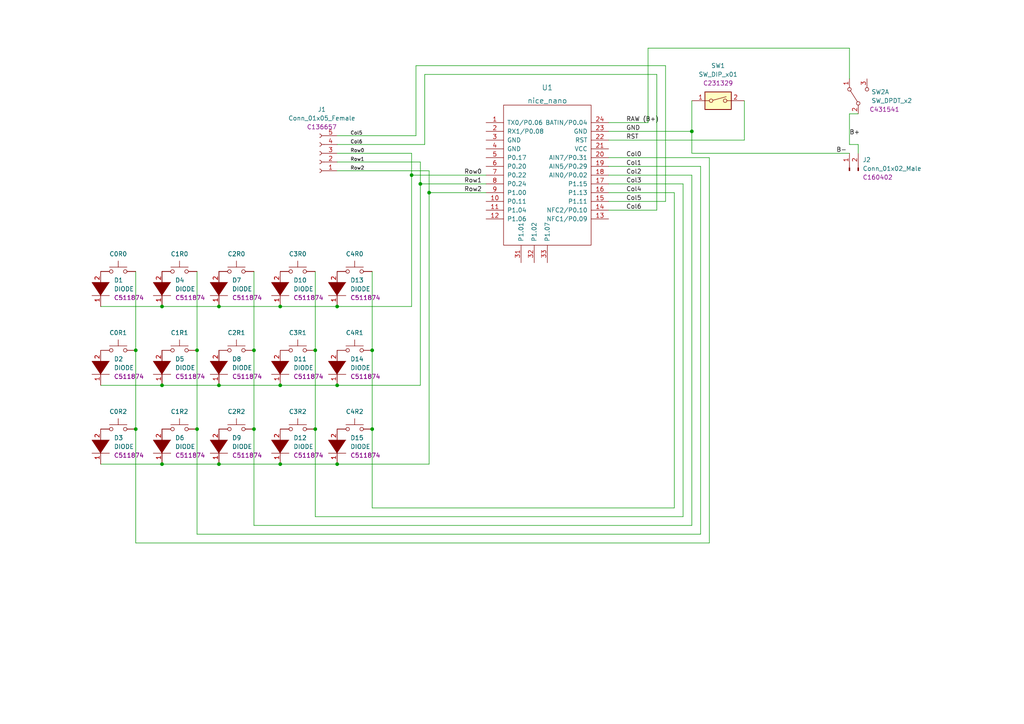
<source format=kicad_sch>
(kicad_sch (version 20211123) (generator eeschema)
  (paper "A4")
  (lib_symbols
    (symbol "DIODE_1" (pin_names (offset 1.016) hide)
      (property "Reference" "D" (at 0 -3.81 0))
      (property "Value" "DIODE_1" (at 0 -4.445 0))
      (property "LCSC" "C511874" (at 0 -6.35 0))
      (symbol "DIODE_1_0_1"
        (polyline (pts (xy -1.905 -2.54) (xy -1.905 2.54)))
        (polyline (pts (xy 1.905 -2.54) (xy 1.905 2.54) (xy -1.905 0)) (fill (type outline)))
      )
      (symbol "DIODE_1_1_1"
        (pin input line (at -5.08 0 0) (length 3.81) (name "A") (number "1"))
        (pin input line (at 5.08 0 180) (length 3.81) (name "K") (number "2"))
      )
    )
    (symbol "DIODE_10" (pin_names (offset 1.016) hide)
      (property "Reference" "D" (at 0 -3.81 0))
      (property "Value" "DIODE_10" (at 0 -4.445 0))
      (property "LCSC" "C511874" (at 0 -6.35 0))
      (symbol "DIODE_10_0_1"
        (polyline (pts (xy -1.905 -2.54) (xy -1.905 2.54)))
        (polyline (pts (xy 1.905 -2.54) (xy 1.905 2.54) (xy -1.905 0)) (fill (type outline)))
      )
      (symbol "DIODE_10_1_1"
        (pin input line (at -5.08 0 0) (length 3.81) (name "A") (number "1"))
        (pin input line (at 5.08 0 180) (length 3.81) (name "K") (number "2"))
      )
    )
    (symbol "DIODE_11" (pin_names (offset 1.016) hide)
      (property "Reference" "D" (at 0 -3.81 0))
      (property "Value" "DIODE_11" (at 0 -4.445 0))
      (property "LCSC" "C511874" (at 0 -6.35 0))
      (symbol "DIODE_11_0_1"
        (polyline (pts (xy -1.905 -2.54) (xy -1.905 2.54)))
        (polyline (pts (xy 1.905 -2.54) (xy 1.905 2.54) (xy -1.905 0)) (fill (type outline)))
      )
      (symbol "DIODE_11_1_1"
        (pin input line (at -5.08 0 0) (length 3.81) (name "A") (number "1"))
        (pin input line (at 5.08 0 180) (length 3.81) (name "K") (number "2"))
      )
    )
    (symbol "DIODE_12" (pin_names (offset 1.016) hide)
      (property "Reference" "D" (at 0 -3.81 0))
      (property "Value" "DIODE_12" (at 0 -4.445 0))
      (property "LCSC" "C511874" (at 0 -6.35 0))
      (symbol "DIODE_12_0_1"
        (polyline (pts (xy -1.905 -2.54) (xy -1.905 2.54)))
        (polyline (pts (xy 1.905 -2.54) (xy 1.905 2.54) (xy -1.905 0)) (fill (type outline)))
      )
      (symbol "DIODE_12_1_1"
        (pin input line (at -5.08 0 0) (length 3.81) (name "A") (number "1"))
        (pin input line (at 5.08 0 180) (length 3.81) (name "K") (number "2"))
      )
    )
    (symbol "DIODE_13" (pin_names (offset 1.016) hide)
      (property "Reference" "D" (at 0 -3.81 0))
      (property "Value" "DIODE_13" (at 0 -4.445 0))
      (property "LCSC" "C511874" (at 0 -6.35 0))
      (symbol "DIODE_13_0_1"
        (polyline (pts (xy -1.905 -2.54) (xy -1.905 2.54)))
        (polyline (pts (xy 1.905 -2.54) (xy 1.905 2.54) (xy -1.905 0)) (fill (type outline)))
      )
      (symbol "DIODE_13_1_1"
        (pin input line (at -5.08 0 0) (length 3.81) (name "A") (number "1"))
        (pin input line (at 5.08 0 180) (length 3.81) (name "K") (number "2"))
      )
    )
    (symbol "DIODE_14" (pin_names (offset 1.016) hide)
      (property "Reference" "D" (at 0 -3.81 0))
      (property "Value" "DIODE_14" (at 0 -4.445 0))
      (property "LCSC" "C511874" (at 0 -6.35 0))
      (symbol "DIODE_14_0_1"
        (polyline (pts (xy -1.905 -2.54) (xy -1.905 2.54)))
        (polyline (pts (xy 1.905 -2.54) (xy 1.905 2.54) (xy -1.905 0)) (fill (type outline)))
      )
      (symbol "DIODE_14_1_1"
        (pin input line (at -5.08 0 0) (length 3.81) (name "A") (number "1"))
        (pin input line (at 5.08 0 180) (length 3.81) (name "K") (number "2"))
      )
    )
    (symbol "DIODE_2" (pin_names (offset 1.016) hide)
      (property "Reference" "D" (at 0 -3.81 0))
      (property "Value" "DIODE_2" (at 0 -4.445 0))
      (property "LCSC" "C511874" (at 0 -6.35 0))
      (symbol "DIODE_2_0_1"
        (polyline (pts (xy -1.905 -2.54) (xy -1.905 2.54)))
        (polyline (pts (xy 1.905 -2.54) (xy 1.905 2.54) (xy -1.905 0)) (fill (type outline)))
      )
      (symbol "DIODE_2_1_1"
        (pin input line (at -5.08 0 0) (length 3.81) (name "A") (number "1"))
        (pin input line (at 5.08 0 180) (length 3.81) (name "K") (number "2"))
      )
    )
    (symbol "DIODE_3" (pin_names (offset 1.016) hide)
      (property "Reference" "D" (at 0 -3.81 0))
      (property "Value" "DIODE_3" (at 0 -4.445 0))
      (property "LCSC" "C511874" (at 0 -6.35 0))
      (symbol "DIODE_3_0_1"
        (polyline (pts (xy -1.905 -2.54) (xy -1.905 2.54)))
        (polyline (pts (xy 1.905 -2.54) (xy 1.905 2.54) (xy -1.905 0)) (fill (type outline)))
      )
      (symbol "DIODE_3_1_1"
        (pin input line (at -5.08 0 0) (length 3.81) (name "A") (number "1"))
        (pin input line (at 5.08 0 180) (length 3.81) (name "K") (number "2"))
      )
    )
    (symbol "DIODE_4" (pin_names (offset 1.016) hide)
      (property "Reference" "D" (at 0 -3.81 0))
      (property "Value" "DIODE_4" (at 0 -4.445 0))
      (property "LCSC" "C511874" (at 0 -6.35 0))
      (symbol "DIODE_4_0_1"
        (polyline (pts (xy -1.905 -2.54) (xy -1.905 2.54)))
        (polyline (pts (xy 1.905 -2.54) (xy 1.905 2.54) (xy -1.905 0)) (fill (type outline)))
      )
      (symbol "DIODE_4_1_1"
        (pin input line (at -5.08 0 0) (length 3.81) (name "A") (number "1"))
        (pin input line (at 5.08 0 180) (length 3.81) (name "K") (number "2"))
      )
    )
    (symbol "DIODE_5" (pin_names (offset 1.016) hide)
      (property "Reference" "D" (at 0 -3.81 0))
      (property "Value" "DIODE_5" (at 0 -4.445 0))
      (property "LCSC" "C511874" (at 0 -6.35 0))
      (symbol "DIODE_5_0_1"
        (polyline (pts (xy -1.905 -2.54) (xy -1.905 2.54)))
        (polyline (pts (xy 1.905 -2.54) (xy 1.905 2.54) (xy -1.905 0)) (fill (type outline)))
      )
      (symbol "DIODE_5_1_1"
        (pin input line (at -5.08 0 0) (length 3.81) (name "A") (number "1"))
        (pin input line (at 5.08 0 180) (length 3.81) (name "K") (number "2"))
      )
    )
    (symbol "DIODE_6" (pin_names (offset 1.016) hide)
      (property "Reference" "D" (at 0 -3.81 0))
      (property "Value" "DIODE_6" (at 0 -4.445 0))
      (property "LCSC" "C511874" (at 0 -6.35 0))
      (symbol "DIODE_6_0_1"
        (polyline (pts (xy -1.905 -2.54) (xy -1.905 2.54)))
        (polyline (pts (xy 1.905 -2.54) (xy 1.905 2.54) (xy -1.905 0)) (fill (type outline)))
      )
      (symbol "DIODE_6_1_1"
        (pin input line (at -5.08 0 0) (length 3.81) (name "A") (number "1"))
        (pin input line (at 5.08 0 180) (length 3.81) (name "K") (number "2"))
      )
    )
    (symbol "DIODE_7" (pin_names (offset 1.016) hide)
      (property "Reference" "D" (at 0 -3.81 0))
      (property "Value" "DIODE_7" (at 0 -4.445 0))
      (property "LCSC" "C511874" (at 0 -6.35 0))
      (symbol "DIODE_7_0_1"
        (polyline (pts (xy -1.905 -2.54) (xy -1.905 2.54)))
        (polyline (pts (xy 1.905 -2.54) (xy 1.905 2.54) (xy -1.905 0)) (fill (type outline)))
      )
      (symbol "DIODE_7_1_1"
        (pin input line (at -5.08 0 0) (length 3.81) (name "A") (number "1"))
        (pin input line (at 5.08 0 180) (length 3.81) (name "K") (number "2"))
      )
    )
    (symbol "DIODE_8" (pin_names (offset 1.016) hide)
      (property "Reference" "D" (at 0 -3.81 0))
      (property "Value" "DIODE_8" (at 0 -4.445 0))
      (property "LCSC" "C511874" (at 0 -6.35 0))
      (symbol "DIODE_8_0_1"
        (polyline (pts (xy -1.905 -2.54) (xy -1.905 2.54)))
        (polyline (pts (xy 1.905 -2.54) (xy 1.905 2.54) (xy -1.905 0)) (fill (type outline)))
      )
      (symbol "DIODE_8_1_1"
        (pin input line (at -5.08 0 0) (length 3.81) (name "A") (number "1"))
        (pin input line (at 5.08 0 180) (length 3.81) (name "K") (number "2"))
      )
    )
    (symbol "DIODE_9" (pin_names (offset 1.016) hide)
      (property "Reference" "D" (at 0 -3.81 0))
      (property "Value" "DIODE_9" (at 0 -4.445 0))
      (property "LCSC" "C511874" (at 0 -6.35 0))
      (symbol "DIODE_9_0_1"
        (polyline (pts (xy -1.905 -2.54) (xy -1.905 2.54)))
        (polyline (pts (xy 1.905 -2.54) (xy 1.905 2.54) (xy -1.905 0)) (fill (type outline)))
      )
      (symbol "DIODE_9_1_1"
        (pin input line (at -5.08 0 0) (length 3.81) (name "A") (number "1"))
        (pin input line (at 5.08 0 180) (length 3.81) (name "K") (number "2"))
      )
    )
    (symbol "Switch:SW_Push" (pin_numbers hide) (pin_names (offset 1.016) hide)
      (property "Reference" "SW" (at 1.27 2.54 0))
      (property "Value" "SW_Push" (at 0 -1.524 0))
      (symbol "SW_Push_0_1"
        (circle (center -2.032 0) (radius 0.508))
        (polyline (pts (xy 0 1.27) (xy 0 3.048)))
        (polyline (pts (xy 2.54 1.27) (xy -2.54 1.27)))
        (circle (center 2.032 0) (radius 0.508))
        (pin passive line (at -5.08 0 0) (length 2.54) (name "1") (number "1"))
        (pin passive line (at 5.08 0 180) (length 2.54) (name "2") (number "2"))
      )
    )
    (symbol "nice_nano:nice_nano" (pin_names (offset 1.016))
      (property "Reference" "U" (at 0 0 0))
      (property "Value" "nice_nano" (at 0 2.54 0))
      (symbol "nice_nano_0_1"
        (rectangle (start -12.7 -21.59) (end 12.7 19.05))
      )
      (symbol "nice_nano_1_1"
        (pin input line (at -17.78 13.97 0) (length 5.08) (name "TX0/P0.06") (number "1"))
        (pin input line (at -17.78 -8.89 0) (length 5.08) (name "P0.11") (number "10"))
        (pin input line (at -17.78 -11.43 0) (length 5.08) (name "P1.04") (number "11"))
        (pin input line (at -17.78 -13.97 0) (length 5.08) (name "P1.06") (number "12"))
        (pin input line (at 17.78 -13.97 180) (length 5.08) (name "NFC1/P0.09") (number "13"))
        (pin input line (at 17.78 -11.43 180) (length 5.08) (name "NFC2/P0.10") (number "14"))
        (pin input line (at 17.78 -8.89 180) (length 5.08) (name "P1.11") (number "15"))
        (pin input line (at 17.78 -6.35 180) (length 5.08) (name "P1.13") (number "16"))
        (pin input line (at 17.78 -3.81 180) (length 5.08) (name "P1.15") (number "17"))
        (pin input line (at 17.78 -1.27 180) (length 5.08) (name "AIN0/P0.02") (number "18"))
        (pin input line (at 17.78 1.27 180) (length 5.08) (name "AIN5/P0.29") (number "19"))
        (pin input line (at -17.78 11.43 0) (length 5.08) (name "RX1/P0.08") (number "2"))
        (pin input line (at 17.78 3.81 180) (length 5.08) (name "AIN7/P0.31") (number "20"))
        (pin input line (at 17.78 6.35 180) (length 5.08) (name "VCC") (number "21"))
        (pin input line (at 17.78 8.89 180) (length 5.08) (name "RST") (number "22"))
        (pin input line (at 17.78 11.43 180) (length 5.08) (name "GND") (number "23"))
        (pin input line (at 17.78 13.97 180) (length 5.08) (name "BATIN/P0.04") (number "24"))
        (pin input line (at -17.78 8.89 0) (length 5.08) (name "GND") (number "3"))
        (pin input line (at -7.62 -26.67 90) (length 5.08) (name "P1.01") (number "31"))
        (pin input line (at -3.81 -26.67 90) (length 5.08) (name "P1.02") (number "32"))
        (pin input line (at 0 -26.67 90) (length 5.08) (name "P1.07") (number "33"))
        (pin input line (at -17.78 6.35 0) (length 5.08) (name "GND") (number "4"))
        (pin input line (at -17.78 3.81 0) (length 5.08) (name "P0.17") (number "5"))
        (pin input line (at -17.78 1.27 0) (length 5.08) (name "P0.20") (number "6"))
        (pin input line (at -17.78 -1.27 0) (length 5.08) (name "P0.22") (number "7"))
        (pin input line (at -17.78 -3.81 0) (length 5.08) (name "P0.24") (number "8"))
        (pin input line (at -17.78 -6.35 0) (length 5.08) (name "P1.00") (number "9"))
      )
    )
    (symbol "yan_Library:Conn_01x02_Male" (pin_names (offset 1.016) hide)
      (property "Reference" "J" (at 0 2.54 0))
      (property "Value" "Conn_01x02_Male" (at 0 -5.08 0))
      (property "LCSC" "C160402" (at 0 5.08 0))
      (symbol "Conn_01x02_Male_1_1"
        (polyline (pts (xy 1.27 -2.54) (xy 0.8636 -2.54)) (stroke (width 0.1524)))
        (polyline (pts (xy 1.27 0) (xy 0.8636 0)) (stroke (width 0.1524)))
        (rectangle (start 0.8636 -2.413) (end 0 -2.667) (stroke (width 0.1524)) (fill (type outline)))
        (rectangle (start 0.8636 0.127) (end 0 -0.127) (stroke (width 0.1524)) (fill (type outline)))
        (pin passive line (at 5.08 0 180) (length 3.81) (name "Pin_1") (number "1"))
        (pin passive line (at 5.08 -2.54 180) (length 3.81) (name "Pin_2") (number "2"))
      )
    )
    (symbol "yan_Library:Conn_01x05_Female" (pin_names (offset 1.016) hide)
      (property "Reference" "J" (at 0 7.62 0))
      (property "Value" "Conn_01x05_Female" (at 0 -7.62 0))
      (property "LCSC" "C136657" (at -1.27 -10.16 0))
      (symbol "Conn_01x05_Female_1_1"
        (arc (start 0 -4.572) (mid -0.508 -5.08) (end 0 -5.588) (stroke (width 0.1524)))
        (arc (start 0 -2.032) (mid -0.508 -2.54) (end 0 -3.048) (stroke (width 0.1524)))
        (polyline (pts (xy -1.27 -5.08) (xy -0.508 -5.08)) (stroke (width 0.1524)))
        (polyline (pts (xy -1.27 -2.54) (xy -0.508 -2.54)) (stroke (width 0.1524)))
        (polyline (pts (xy -1.27 0) (xy -0.508 0)) (stroke (width 0.1524)))
        (polyline (pts (xy -1.27 2.54) (xy -0.508 2.54)) (stroke (width 0.1524)))
        (polyline (pts (xy -1.27 5.08) (xy -0.508 5.08)) (stroke (width 0.1524)))
        (arc (start 0 0.508) (mid -0.508 0) (end 0 -0.508) (stroke (width 0.1524)))
        (arc (start 0 3.048) (mid -0.508 2.54) (end 0 2.032) (stroke (width 0.1524)))
        (arc (start 0 5.588) (mid -0.508 5.08) (end 0 4.572) (stroke (width 0.1524)))
        (pin passive line (at -5.08 5.08 0) (length 3.81) (name "Pin_1") (number "1"))
        (pin passive line (at -5.08 2.54 0) (length 3.81) (name "Pin_2") (number "2"))
        (pin passive line (at -5.08 0 0) (length 3.81) (name "Pin_3") (number "3"))
        (pin passive line (at -5.08 -2.54 0) (length 3.81) (name "Pin_4") (number "4"))
        (pin passive line (at -5.08 -5.08 0) (length 3.81) (name "Pin_5") (number "5"))
      )
    )
    (symbol "yan_Library:DIODE" (pin_names (offset 1.016) hide)
      (property "Reference" "D" (at 0 -3.81 0))
      (property "Value" "DIODE" (at 0 -4.445 0))
      (property "LCSC" "C511874" (at 0 -6.35 0))
      (symbol "DIODE_0_1"
        (polyline (pts (xy -1.905 -2.54) (xy -1.905 2.54)))
        (polyline (pts (xy 1.905 -2.54) (xy 1.905 2.54) (xy -1.905 0)) (fill (type outline)))
      )
      (symbol "DIODE_1_1"
        (pin input line (at -5.08 0 0) (length 3.81) (name "A") (number "1"))
        (pin input line (at 5.08 0 180) (length 3.81) (name "K") (number "2"))
      )
    )
    (symbol "yan_Library:SW_DIP_x01" (pin_names (offset 0) hide)
      (property "Reference" "SW" (at 0 3.81 0))
      (property "Value" "SW_DIP_x01" (at 0 -3.81 0))
      (property "LCSC" "C231329" (at 0 6.35 0))
      (symbol "SW_DIP_x01_0_0"
        (circle (center -2.032 0) (radius 0.508))
        (polyline (pts (xy -1.524 0.127) (xy 2.3622 1.1684)))
        (circle (center 2.032 0) (radius 0.508))
      )
      (symbol "SW_DIP_x01_0_1"
        (rectangle (start -3.81 2.54) (end 3.81 -2.54) (stroke (width 0.254)) (fill (type background)))
      )
      (symbol "SW_DIP_x01_1_1"
        (pin passive line (at -7.62 0 0) (length 5.08) (name "~") (number "1"))
        (pin passive line (at 7.62 0 180) (length 5.08) (name "~") (number "2"))
      )
    )
    (symbol "yan_Library:SW_DPDT_x2" (pin_names (offset 0) hide)
      (property "Reference" "SW" (at 0 4.318 0))
      (property "Value" "SW_DPDT_x2" (at 0 -5.08 0))
      (property "LCSC" "C431541" (at 0 -7.62 0))
      (symbol "SW_DPDT_x2_0_0"
        (circle (center -2.032 0) (radius 0.508))
        (circle (center 2.032 -2.54) (radius 0.508))
      )
      (symbol "SW_DPDT_x2_0_1"
        (polyline (pts (xy -1.524 0.254) (xy 1.651 2.286)))
        (circle (center 2.032 2.54) (radius 0.508))
      )
      (symbol "SW_DPDT_x2_1_1"
        (pin passive line (at 5.08 2.54 180) (length 2.54) (name "A") (number "1"))
        (pin passive line (at -5.08 0 0) (length 2.54) (name "B") (number "2"))
        (pin passive line (at 5.08 -2.54 180) (length 2.54) (name "C") (number "3"))
      )
      (symbol "SW_DPDT_x2_2_1"
        (pin passive line (at 5.08 2.54 180) (length 2.54) (name "A") (number "4"))
        (pin passive line (at -5.08 0 0) (length 2.54) (name "B") (number "5"))
        (pin passive line (at 5.08 -2.54 180) (length 2.54) (name "C") (number "6"))
      )
    )
  )
  (junction (at 97.79 134.62))
  (junction (at 121.92 53.34))
  (junction (at 63.5 111.76))
  (junction (at 39.37 124.46))
  (junction (at 63.5 134.62))
  (junction (at 81.28 134.62))
  (junction (at 200.66 38.1))
  (junction (at 97.79 88.9))
  (junction (at 119.38 50.8))
  (junction (at 63.5 88.9))
  (junction (at 97.79 111.76))
  (junction (at 124.46 55.88))
  (junction (at 91.44 124.46))
  (junction (at 81.28 111.76))
  (junction (at 73.66 101.6))
  (junction (at 46.99 111.76))
  (junction (at 46.99 88.9))
  (junction (at 39.37 101.6))
  (junction (at 46.99 134.62))
  (junction (at 73.66 124.46))
  (junction (at 91.44 101.6))
  (junction (at 107.95 101.6))
  (junction (at 81.28 88.9))
  (junction (at 107.95 124.46))
  (junction (at 57.15 124.46))
  (junction (at 57.15 101.6))
  (wire (pts (xy 39.37 101.6) (xy 39.37 124.46)))
  (wire (pts (xy 46.99 134.62) (xy 63.5 134.62)))
  (wire (pts (xy 97.79 88.9) (xy 119.38 88.9)))
  (wire (pts (xy 246.38 33.02) (xy 248.92 33.02)))
  (wire (pts (xy 120.65 19.05) (xy 193.04 19.05)))
  (wire (pts (xy 124.46 55.88) (xy 140.97 55.88)))
  (wire (pts (xy 187.96 35.56) (xy 187.96 13.97)))
  (wire (pts (xy 57.15 78.74) (xy 57.15 101.6)))
  (wire (pts (xy 91.44 149.86) (xy 91.44 124.46)))
  (wire (pts (xy 73.66 101.6) (xy 73.66 124.46)))
  (wire (pts (xy 215.9 29.21) (xy 215.9 40.64)))
  (wire (pts (xy 46.99 111.76) (xy 63.5 111.76)))
  (wire (pts (xy 97.79 39.37) (xy 120.65 39.37)))
  (wire (pts (xy 176.53 35.56) (xy 187.96 35.56)))
  (wire (pts (xy 39.37 157.48) (xy 205.74 157.48)))
  (wire (pts (xy 63.5 88.9) (xy 81.28 88.9)))
  (wire (pts (xy 73.66 78.74) (xy 73.66 101.6)))
  (wire (pts (xy 97.79 134.62) (xy 124.46 134.62)))
  (wire (pts (xy 123.19 21.59) (xy 190.5 21.59)))
  (wire (pts (xy 97.79 46.99) (xy 121.92 46.99)))
  (wire (pts (xy 246.38 22.86) (xy 246.38 13.97)))
  (wire (pts (xy 187.96 13.97) (xy 246.38 13.97)))
  (wire (pts (xy 81.28 88.9) (xy 97.79 88.9)))
  (wire (pts (xy 97.79 41.91) (xy 123.19 41.91)))
  (wire (pts (xy 39.37 124.46) (xy 39.37 157.48)))
  (wire (pts (xy 124.46 49.53) (xy 124.46 55.88)))
  (wire (pts (xy 63.5 134.62) (xy 81.28 134.62)))
  (wire (pts (xy 246.38 41.91) (xy 248.92 41.91)))
  (wire (pts (xy 248.92 41.91) (xy 248.92 44.45)))
  (wire (pts (xy 121.92 53.34) (xy 140.97 53.34)))
  (wire (pts (xy 195.58 147.32) (xy 195.58 55.88)))
  (wire (pts (xy 176.53 60.96) (xy 190.5 60.96)))
  (wire (pts (xy 176.53 50.8) (xy 200.66 50.8)))
  (wire (pts (xy 176.53 48.26) (xy 203.2 48.26)))
  (wire (pts (xy 200.66 44.45) (xy 246.38 44.45)))
  (wire (pts (xy 119.38 50.8) (xy 140.97 50.8)))
  (wire (pts (xy 119.38 44.45) (xy 119.38 50.8)))
  (wire (pts (xy 91.44 101.6) (xy 91.44 124.46)))
  (wire (pts (xy 107.95 147.32) (xy 195.58 147.32)))
  (wire (pts (xy 57.15 154.94) (xy 57.15 124.46)))
  (wire (pts (xy 81.28 111.76) (xy 97.79 111.76)))
  (wire (pts (xy 176.53 53.34) (xy 198.12 53.34)))
  (wire (pts (xy 97.79 49.53) (xy 124.46 49.53)))
  (wire (pts (xy 107.95 78.74) (xy 107.95 101.6)))
  (wire (pts (xy 176.53 55.88) (xy 195.58 55.88)))
  (wire (pts (xy 39.37 78.74) (xy 39.37 101.6)))
  (wire (pts (xy 57.15 101.6) (xy 57.15 124.46)))
  (wire (pts (xy 176.53 45.72) (xy 205.74 45.72)))
  (wire (pts (xy 203.2 48.26) (xy 203.2 154.94)))
  (wire (pts (xy 81.28 134.62) (xy 97.79 134.62)))
  (wire (pts (xy 198.12 149.86) (xy 91.44 149.86)))
  (wire (pts (xy 119.38 50.8) (xy 119.38 88.9)))
  (wire (pts (xy 190.5 21.59) (xy 190.5 60.96)))
  (wire (pts (xy 97.79 44.45) (xy 119.38 44.45)))
  (wire (pts (xy 176.53 38.1) (xy 200.66 38.1)))
  (wire (pts (xy 120.65 39.37) (xy 120.65 19.05)))
  (wire (pts (xy 29.21 111.76) (xy 46.99 111.76)))
  (wire (pts (xy 176.53 40.64) (xy 215.9 40.64)))
  (wire (pts (xy 203.2 154.94) (xy 57.15 154.94)))
  (wire (pts (xy 200.66 29.21) (xy 200.66 38.1)))
  (wire (pts (xy 73.66 124.46) (xy 73.66 152.4)))
  (wire (pts (xy 176.53 58.42) (xy 193.04 58.42)))
  (wire (pts (xy 246.38 33.02) (xy 246.38 41.91)))
  (wire (pts (xy 200.66 44.45) (xy 200.66 38.1)))
  (wire (pts (xy 29.21 134.62) (xy 46.99 134.62)))
  (wire (pts (xy 97.79 111.76) (xy 121.92 111.76)))
  (wire (pts (xy 63.5 111.76) (xy 81.28 111.76)))
  (wire (pts (xy 198.12 53.34) (xy 198.12 149.86)))
  (wire (pts (xy 205.74 157.48) (xy 205.74 45.72)))
  (wire (pts (xy 73.66 152.4) (xy 200.66 152.4)))
  (wire (pts (xy 46.99 88.9) (xy 63.5 88.9)))
  (wire (pts (xy 91.44 78.74) (xy 91.44 101.6)))
  (wire (pts (xy 193.04 58.42) (xy 193.04 19.05)))
  (wire (pts (xy 200.66 152.4) (xy 200.66 50.8)))
  (wire (pts (xy 124.46 55.88) (xy 124.46 134.62)))
  (wire (pts (xy 107.95 101.6) (xy 107.95 124.46)))
  (wire (pts (xy 29.21 88.9) (xy 46.99 88.9)))
  (wire (pts (xy 123.19 41.91) (xy 123.19 21.59)))
  (wire (pts (xy 121.92 53.34) (xy 121.92 111.76)))
  (wire (pts (xy 121.92 46.99) (xy 121.92 53.34)))
  (wire (pts (xy 107.95 124.46) (xy 107.95 147.32)))
  (label "Col4" (at 181.61 55.88 0))
  (label "Row0" (at 134.62 50.8 0))
  (label "Col1" (at 181.61 48.26 0))
  (label "Col6" (at 181.61 60.96 0))
  (label "Row1" (at 101.6 46.99 0) (effects (font (size 1 1))))
  (label "Col2" (at 181.61 50.8 0))
  (label "GND" (at 181.61 38.1 0))
  (label "Col3" (at 181.61 53.34 0))
  (label "Row0" (at 101.6 44.45 0) (effects (font (size 1 1))))
  (label "Col0" (at 181.61 45.72 0))
  (label "RST" (at 181.61 40.64 0))
  (label "Row2" (at 101.6 49.53 0) (effects (font (size 1 1))))
  (label "RAW (B+)" (at 181.61 35.56 0))
  (label "Row1" (at 134.62 53.34 0))
  (label "Col5" (at 181.61 58.42 0))
  (label "Row2" (at 134.62 55.88 0))
  (label "B+" (at 246.38 39.37 0))
  (label "Col5" (at 101.6 39.37 0) (effects (font (size 1 1))))
  (label "Col6" (at 101.6 41.91 0) (effects (font (size 1 1))))
  (label "B-" (at 242.57 44.45 0))
  (symbol (lib_name "DIODE_6") (lib_id "yan_Library:DIODE") (at 46.99 83.82 90) (unit 1)
    (property "Reference" "D4" (at 50.8 81.2799 90) (effects (justify right)))
    (property "Value" "DIODE" (at 50.8 83.8199 90) (effects (justify right)))
    (property "Footprint" "Yan libraryo:D_SOD-523" (effects hide))
    (property "LCSC" "C511874" (at 50.8 86.3599 90) (effects (justify right)))
  )
  (symbol (lib_id "Switch:SW_Push") (at 52.07 101.6 0) (unit 1)
    (property "Reference" "C1R1" (at 52.07 96.52 0))
    (property "Value" "SW_Push" (effects hide))
    (property "Footprint" "Yan libraryo:Kailh_socket_PG1350" (effects hide))
  )
  (symbol (lib_name "DIODE_12") (lib_id "yan_Library:DIODE") (at 97.79 106.68 90) (unit 1)
    (property "Reference" "D14" (at 101.6 104.1399 90) (effects (justify right)))
    (property "Value" "DIODE" (at 101.6 106.6799 90) (effects (justify right)))
    (property "Footprint" "Yan libraryo:D_SOD-523" (effects hide))
    (property "LCSC" "C511874" (at 101.6 109.2199 90) (effects (justify right)))
  )
  (symbol (lib_id "Switch:SW_Push") (at 102.87 124.46 0) (unit 1)
    (property "Reference" "C4R2" (at 102.87 119.38 0))
    (property "Value" "SW_Push" (effects hide))
    (property "Footprint" "Yan libraryo:Kailh_socket_PG1350" (effects hide))
  )
  (symbol (lib_name "DIODE_10") (lib_id "yan_Library:DIODE") (at 81.28 129.54 90) (unit 1)
    (property "Reference" "D12" (at 85.09 126.9999 90) (effects (justify right)))
    (property "Value" "DIODE" (at 85.09 129.5399 90) (effects (justify right)))
    (property "Footprint" "Yan libraryo:D_SOD-523" (effects hide))
    (property "LCSC" "C511874" (at 85.09 132.0799 90) (effects (justify right)))
  )
  (symbol (lib_id "yan_Library:SW_DIP_x01") (at 208.28 29.21 0) (unit 1)
    (property "Reference" "SW1" (at 208.28 19.05 0))
    (property "Value" "SW_DIP_x01" (at 208.28 21.59 0))
    (property "Footprint" "Yan libraryo:b3u-1000P" (effects hide))
    (property "LCSC" "C231329" (at 208.28 24.13 0))
  )
  (symbol (lib_name "DIODE_7") (lib_id "yan_Library:DIODE") (at 29.21 83.82 90) (unit 1)
    (property "Reference" "D1" (at 33.02 81.2799 90) (effects (justify right)))
    (property "Value" "DIODE" (at 33.02 83.8199 90) (effects (justify right)))
    (property "Footprint" "Yan libraryo:D_SOD-523" (effects hide))
    (property "LCSC" "C511874" (at 33.02 86.3599 90) (effects (justify right)))
  )
  (symbol (lib_name "DIODE_14") (lib_id "yan_Library:DIODE") (at 81.28 83.82 90) (unit 1)
    (property "Reference" "D10" (at 85.09 81.2799 90) (effects (justify right)))
    (property "Value" "DIODE" (at 85.09 83.8199 90) (effects (justify right)))
    (property "Footprint" "Yan libraryo:D_SOD-523" (effects hide))
    (property "LCSC" "C511874" (at 85.09 86.3599 90) (effects (justify right)))
  )
  (symbol (lib_id "Switch:SW_Push") (at 52.07 78.74 0) (unit 1)
    (property "Reference" "C1R0" (at 52.07 73.66 0))
    (property "Value" "SW_Push" (effects hide))
    (property "Footprint" "Yan libraryo:Kailh_socket_PG1350" (effects hide))
  )
  (symbol (lib_id "Switch:SW_Push") (at 68.58 78.74 0) (unit 1)
    (property "Reference" "C2R0" (at 68.58 73.66 0))
    (property "Value" "SW_Push" (effects hide))
    (property "Footprint" "Yan libraryo:Kailh_socket_PG1350" (effects hide))
  )
  (symbol (lib_name "DIODE_8") (lib_id "yan_Library:DIODE") (at 29.21 129.54 90) (unit 1)
    (property "Reference" "D3" (at 33.02 126.9999 90) (effects (justify right)))
    (property "Value" "DIODE" (at 33.02 129.5399 90) (effects (justify right)))
    (property "Footprint" "Yan libraryo:D_SOD-523" (effects hide))
    (property "LCSC" "C511874" (at 33.02 132.0799 90) (effects (justify right)))
  )
  (symbol (lib_id "yan_Library:Conn_01x02_Male") (at 246.38 49.53 90) (unit 1)
    (property "Reference" "J2" (at 250.19 46.3549 90) (effects (justify right)))
    (property "Value" "Conn_01x02_Male" (at 250.19 48.8949 90) (effects (justify right)))
    (property "Footprint" "Yan libraryo:JST_SH_SM02B-SRSS-TB_1x02-1MP_P1.00mm_Horizontal" (effects hide))
    (property "LCSC" "C160402" (at 250.19 51.4349 90) (effects (justify right)))
  )
  (symbol (lib_id "yan_Library:Conn_01x05_Female") (at 92.71 44.45 180) (unit 1)
    (property "Reference" "J1" (at 93.345 31.75 0))
    (property "Value" "Conn_01x05_Female" (at 93.345 34.29 0))
    (property "Footprint" "Yan libraryo:JST_SH_SM05B-SRSS-TB_1x05-1MP_P1.00mm_Horizontal" (effects hide))
    (property "LCSC" "C136657" (at 93.345 36.83 0))
  )
  (symbol (lib_name "DIODE_13") (lib_id "yan_Library:DIODE") (at 97.79 83.82 90) (unit 1)
    (property "Reference" "D13" (at 101.6 81.2799 90) (effects (justify right)))
    (property "Value" "DIODE" (at 101.6 83.8199 90) (effects (justify right)))
    (property "Footprint" "Yan libraryo:D_SOD-523" (effects hide))
    (property "LCSC" "C511874" (at 101.6 86.3599 90) (effects (justify right)))
  )
  (symbol (lib_name "DIODE_2") (lib_id "yan_Library:DIODE") (at 63.5 106.68 90) (unit 1)
    (property "Reference" "D8" (at 67.31 104.1399 90) (effects (justify right)))
    (property "Value" "DIODE" (at 67.31 106.6799 90) (effects (justify right)))
    (property "Footprint" "Yan libraryo:D_SOD-523" (effects hide))
    (property "LCSC" "C511874" (at 67.31 109.2199 90) (effects (justify right)))
  )
  (symbol (lib_id "Switch:SW_Push") (at 102.87 78.74 0) (unit 1)
    (property "Reference" "C4R0" (at 102.87 73.66 0))
    (property "Value" "SW_Push" (effects hide))
    (property "Footprint" "Yan libraryo:SW_PG1350" (effects hide))
  )
  (symbol (lib_name "DIODE_5") (lib_id "yan_Library:DIODE") (at 63.5 83.82 90) (unit 1)
    (property "Reference" "D7" (at 67.31 81.2799 90) (effects (justify right)))
    (property "Value" "DIODE" (at 67.31 83.8199 90) (effects (justify right)))
    (property "Footprint" "Yan libraryo:D_SOD-523" (effects hide))
    (property "LCSC" "C511874" (at 67.31 86.3599 90) (effects (justify right)))
  )
  (symbol (lib_id "Switch:SW_Push") (at 34.29 124.46 0) (unit 1)
    (property "Reference" "C0R2" (at 34.29 119.38 0))
    (property "Value" "SW_Push" (effects hide))
    (property "Footprint" "Yan libraryo:Kailh_socket_PG1350" (effects hide))
  )
  (symbol (lib_id "Switch:SW_Push") (at 86.36 78.74 0) (unit 1)
    (property "Reference" "C3R0" (at 86.36 73.66 0))
    (property "Value" "SW_Push" (effects hide))
    (property "Footprint" "Yan libraryo:Kailh_socket_PG1350" (effects hide))
  )
  (symbol (lib_id "yan_Library:SW_DPDT_x2") (at 248.92 27.94 90) (unit 1)
    (property "Reference" "SW2" (at 252.73 26.6699 90) (effects (justify right)))
    (property "Value" "SW_DPDT_x2" (at 252.73 29.2099 90) (effects (justify right)))
    (property "Footprint" "Yan libraryo:Side switch" (effects hide))
    (property "Datasheet" "MSK12C02-HB" (effects hide))
    (property "LCSC" "C431541" (at 256.54 31.75 90))
  )
  (symbol (lib_id "yan_Library:DIODE") (at 81.28 106.68 90) (unit 1)
    (property "Reference" "D11" (at 85.09 104.1399 90) (effects (justify right)))
    (property "Value" "DIODE" (at 85.09 106.6799 90) (effects (justify right)))
    (property "Footprint" "Yan libraryo:D_SOD-523" (effects hide))
    (property "LCSC" "C511874" (at 85.09 109.2199 90) (effects (justify right)))
  )
  (symbol (lib_id "Switch:SW_Push") (at 34.29 78.74 0) (unit 1)
    (property "Reference" "C0R0" (at 34.29 73.66 0))
    (property "Value" "SW_Push" (effects hide))
    (property "Footprint" "Yan libraryo:Kailh_socket_PG1350" (effects hide))
  )
  (symbol (lib_id "Switch:SW_Push") (at 86.36 124.46 0) (unit 1)
    (property "Reference" "C3R2" (at 86.36 119.38 0))
    (property "Value" "SW_Push" (effects hide))
    (property "Footprint" "Yan libraryo:Kailh_socket_PG1350" (effects hide))
  )
  (symbol (lib_id "Switch:SW_Push") (at 52.07 124.46 0) (unit 1)
    (property "Reference" "C1R2" (at 52.07 119.38 0))
    (property "Value" "SW_Push" (effects hide))
    (property "Footprint" "Yan libraryo:Kailh_socket_PG1350" (effects hide))
  )
  (symbol (lib_name "DIODE_3") (lib_id "yan_Library:DIODE") (at 46.99 129.54 90) (unit 1)
    (property "Reference" "D6" (at 50.8 126.9999 90) (effects (justify right)))
    (property "Value" "DIODE" (at 50.8 129.5399 90) (effects (justify right)))
    (property "Footprint" "Yan libraryo:D_SOD-523" (effects hide))
    (property "LCSC" "C511874" (at 50.8 132.0799 90) (effects (justify right)))
  )
  (symbol (lib_id "nice_nano:nice_nano") (at 158.75 49.53 0) (unit 1)
    (property "Reference" "U1" (at 158.75 25.4 0) (effects (font (size 1.524 1.524))))
    (property "Value" "nice_nano" (at 158.75 29.21 0) (effects (font (size 1.524 1.524))))
    (property "Footprint" "Yan libraryo:nice_nano" (effects hide))
  )
  (symbol (lib_name "DIODE_4") (lib_id "yan_Library:DIODE") (at 63.5 129.54 90) (unit 1)
    (property "Reference" "D9" (at 67.31 126.9999 90) (effects (justify right)))
    (property "Value" "DIODE" (at 67.31 129.5399 90) (effects (justify right)))
    (property "Footprint" "Yan libraryo:D_SOD-523" (effects hide))
    (property "LCSC" "C511874" (at 67.31 132.0799 90) (effects (justify right)))
  )
  (symbol (lib_id "Switch:SW_Push") (at 34.29 101.6 0) (unit 1)
    (property "Reference" "C0R1" (at 34.29 96.52 0))
    (property "Value" "SW_Push" (effects hide))
    (property "Footprint" "Yan libraryo:Kailh_socket_PG1350" (effects hide))
  )
  (symbol (lib_name "DIODE_11") (lib_id "yan_Library:DIODE") (at 97.79 129.54 90) (unit 1)
    (property "Reference" "D15" (at 101.6 126.9999 90) (effects (justify right)))
    (property "Value" "DIODE" (at 101.6 129.5399 90) (effects (justify right)))
    (property "Footprint" "Yan libraryo:D_SOD-523" (effects hide))
    (property "LCSC" "C511874" (at 101.6 132.0799 90) (effects (justify right)))
  )
  (symbol (lib_name "DIODE_9") (lib_id "yan_Library:DIODE") (at 29.21 106.68 90) (unit 1)
    (property "Reference" "D2" (at 33.02 104.1399 90) (effects (justify right)))
    (property "Value" "DIODE" (at 33.02 106.6799 90) (effects (justify right)))
    (property "Footprint" "Yan libraryo:D_SOD-523" (effects hide))
    (property "LCSC" "C511874" (at 33.02 109.2199 90) (effects (justify right)))
  )
  (symbol (lib_id "Switch:SW_Push") (at 86.36 101.6 0) (unit 1)
    (property "Reference" "C3R1" (at 86.36 96.52 0))
    (property "Value" "SW_Push" (effects hide))
    (property "Footprint" "Yan libraryo:Kailh_socket_PG1350" (effects hide))
  )
  (symbol (lib_id "Switch:SW_Push") (at 102.87 101.6 0) (unit 1)
    (property "Reference" "C4R1" (at 102.87 96.52 0))
    (property "Value" "SW_Push" (effects hide))
    (property "Footprint" "Yan libraryo:SW_PG1350" (effects hide))
  )
  (symbol (lib_id "Switch:SW_Push") (at 68.58 101.6 0) (unit 1)
    (property "Reference" "C2R1" (at 68.58 96.52 0))
    (property "Value" "SW_Push" (effects hide))
    (property "Footprint" "Yan libraryo:Kailh_socket_PG1350" (effects hide))
  )
  (symbol (lib_name "DIODE_1") (lib_id "yan_Library:DIODE") (at 46.99 106.68 90) (unit 1)
    (property "Reference" "D5" (at 50.8 104.1399 90) (effects (justify right)))
    (property "Value" "DIODE" (at 50.8 106.6799 90) (effects (justify right)))
    (property "Footprint" "Yan libraryo:D_SOD-523" (effects hide))
    (property "LCSC" "C511874" (at 50.8 109.2199 90) (effects (justify right)))
  )
  (symbol (lib_id "Switch:SW_Push") (at 68.58 124.46 0) (unit 1)
    (property "Reference" "C2R2" (at 68.58 119.38 0))
    (property "Value" "SW_Push" (effects hide))
    (property "Footprint" "Yan libraryo:Kailh_socket_PG1350" (effects hide))
  )
)
</source>
